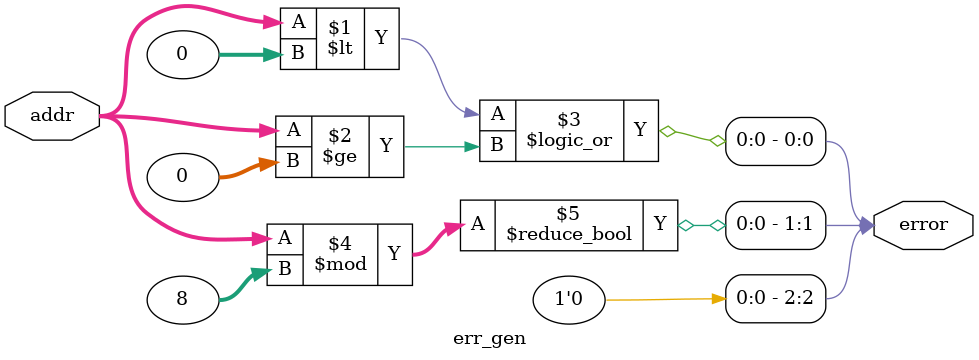
<source format=sv>
module err_gen #(
    parameter int              ADDR_W = 32,
    parameter int              DATA_W = 64,
    parameter int              MEM_SIZE = 32,
    parameter int unsigned     BASE_ADDR = 0
)(
    input  logic [ADDR_W-1:0]  addr,   // Input: APB address from the master
    output logic [2:0]         error   // Output: Vector of error flags
);

    // --- Local Parameters ---
    // MEM_SIZE_B: Total memory size in bytes.
    localparam int MEM_SIZE_B = 2**MEM_SIZE; // e.g., 64 * 1024 = 65536 bytes for 64KB

    // ADDR_ALIGN: Required address alignment in bytes, based on the data bus width.
    // For a 64-bit data bus, accesses must be 8-byte aligned.
    localparam int ADDR_ALIGN = DATA_W / 8;

    // --- Error Generation Logic ---
    // error[0]: Out-of-bounds error. Set if the address is outside the valid memory range.
    assign error[0] = (addr < BASE_ADDR) || (addr >= (BASE_ADDR + MEM_SIZE_B));
    // error[1]: Misaligned address error. Set if the address is not aligned to the data bus width.
    assign error[1] = (addr % ADDR_ALIGN) != 0;
    // error[2]: Reserved for future use.
    assign error[2] = 1'b0; // Currently unused

endmodule
</source>
